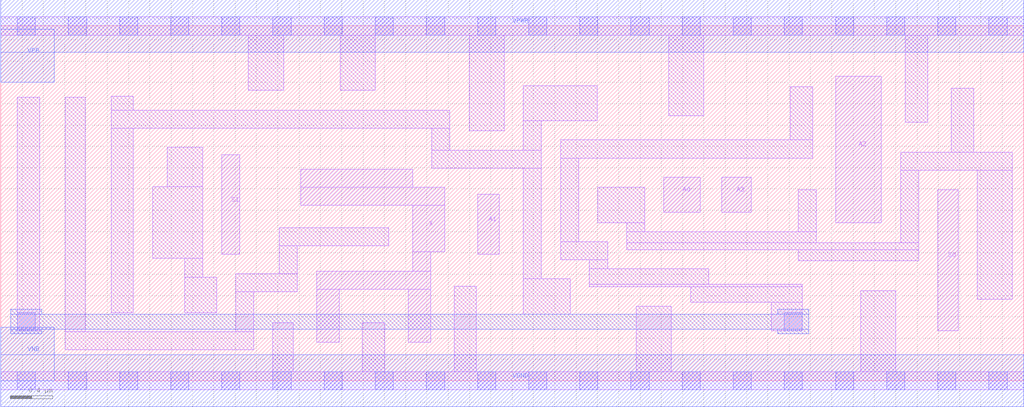
<source format=lef>
# Copyright 2020 The SkyWater PDK Authors
#
# Licensed under the Apache License, Version 2.0 (the "License");
# you may not use this file except in compliance with the License.
# You may obtain a copy of the License at
#
#     https://www.apache.org/licenses/LICENSE-2.0
#
# Unless required by applicable law or agreed to in writing, software
# distributed under the License is distributed on an "AS IS" BASIS,
# WITHOUT WARRANTIES OR CONDITIONS OF ANY KIND, either express or implied.
# See the License for the specific language governing permissions and
# limitations under the License.
#
# SPDX-License-Identifier: Apache-2.0

VERSION 5.5 ;
NAMESCASESENSITIVE ON ;
BUSBITCHARS "[]" ;
DIVIDERCHAR "/" ;
MACRO sky130_fd_sc_lp__mux4_4
  CLASS CORE ;
  SOURCE USER ;
  ORIGIN  0.000000  0.000000 ;
  SIZE  9.600000 BY  3.330000 ;
  SYMMETRY X Y R90 ;
  SITE unit ;
  PIN A0
    ANTENNAGATEAREA  0.159000 ;
    DIRECTION INPUT ;
    USE SIGNAL ;
    PORT
      LAYER li1 ;
        RECT 6.225000 1.580000 6.565000 1.910000 ;
    END
  END A0
  PIN A1
    ANTENNAGATEAREA  0.159000 ;
    DIRECTION INPUT ;
    USE SIGNAL ;
    PORT
      LAYER li1 ;
        RECT 4.475000 1.185000 4.680000 1.750000 ;
    END
  END A1
  PIN A2
    ANTENNAGATEAREA  0.159000 ;
    DIRECTION INPUT ;
    USE SIGNAL ;
    PORT
      LAYER li1 ;
        RECT 7.835000 1.485000 8.265000 2.860000 ;
    END
  END A2
  PIN A3
    ANTENNAGATEAREA  0.159000 ;
    DIRECTION INPUT ;
    USE SIGNAL ;
    PORT
      LAYER li1 ;
        RECT 6.765000 1.580000 7.045000 1.910000 ;
    END
  END A3
  PIN S0
    ANTENNAGATEAREA  0.477000 ;
    DIRECTION INPUT ;
    USE SIGNAL ;
    PORT
      LAYER li1 ;
        RECT 8.795000 0.470000 8.985000 1.795000 ;
    END
  END S0
  PIN S1
    ANTENNAGATEAREA  0.318000 ;
    DIRECTION INPUT ;
    USE SIGNAL ;
    PORT
      LAYER li1 ;
        RECT 2.075000 1.185000 2.245000 2.120000 ;
    END
  END S1
  PIN X
    ANTENNADIFFAREA  1.176000 ;
    DIRECTION OUTPUT ;
    USE SIGNAL ;
    PORT
      LAYER li1 ;
        RECT 2.815000 1.645000 4.165000 1.815000 ;
        RECT 2.815000 1.815000 3.865000 1.985000 ;
        RECT 2.965000 0.360000 3.175000 0.860000 ;
        RECT 2.965000 0.860000 4.035000 1.030000 ;
        RECT 3.825000 0.360000 4.035000 0.860000 ;
        RECT 3.865000 1.030000 4.035000 1.210000 ;
        RECT 3.865000 1.210000 4.165000 1.645000 ;
    END
  END X
  PIN VGND
    DIRECTION INOUT ;
    USE GROUND ;
    PORT
      LAYER met1 ;
        RECT 0.000000 -0.245000 9.600000 0.245000 ;
    END
  END VGND
  PIN VNB
    DIRECTION INOUT ;
    USE GROUND ;
    PORT
    END
  END VNB
  PIN VPB
    DIRECTION INOUT ;
    USE POWER ;
    PORT
    END
  END VPB
  PIN VNB
    DIRECTION INOUT ;
    USE GROUND ;
    PORT
      LAYER met1 ;
        RECT 0.000000 0.000000 0.500000 0.500000 ;
    END
  END VNB
  PIN VPB
    DIRECTION INOUT ;
    USE POWER ;
    PORT
      LAYER met1 ;
        RECT 0.000000 2.800000 0.500000 3.300000 ;
    END
  END VPB
  PIN VPWR
    DIRECTION INOUT ;
    USE POWER ;
    PORT
      LAYER met1 ;
        RECT 0.000000 3.085000 9.600000 3.575000 ;
    END
  END VPWR
  OBS
    LAYER li1 ;
      RECT 0.000000 -0.085000 9.600000 0.085000 ;
      RECT 0.000000  3.245000 9.600000 3.415000 ;
      RECT 0.155000  0.470000 0.365000 2.660000 ;
      RECT 0.605000  0.290000 2.375000 0.460000 ;
      RECT 0.605000  0.460000 0.795000 2.660000 ;
      RECT 1.035000  0.640000 1.245000 2.370000 ;
      RECT 1.035000  2.370000 4.215000 2.540000 ;
      RECT 1.035000  2.540000 1.245000 2.670000 ;
      RECT 1.425000  1.150000 1.895000 1.820000 ;
      RECT 1.565000  1.820000 1.895000 2.190000 ;
      RECT 1.725000  0.640000 2.025000 0.970000 ;
      RECT 1.725000  0.970000 1.895000 1.150000 ;
      RECT 2.205000  0.460000 2.375000 0.835000 ;
      RECT 2.205000  0.835000 2.785000 1.005000 ;
      RECT 2.325000  2.725000 2.655000 3.245000 ;
      RECT 2.555000  0.085000 2.745000 0.545000 ;
      RECT 2.615000  1.005000 2.785000 1.265000 ;
      RECT 2.615000  1.265000 3.640000 1.435000 ;
      RECT 3.185000  2.725000 3.515000 3.245000 ;
      RECT 3.395000  0.085000 3.605000 0.545000 ;
      RECT 4.045000  1.995000 5.075000 2.165000 ;
      RECT 4.045000  2.165000 4.215000 2.370000 ;
      RECT 4.255000  0.085000 4.465000 0.885000 ;
      RECT 4.395000  2.345000 4.725000 3.245000 ;
      RECT 4.905000  0.625000 5.345000 0.955000 ;
      RECT 4.905000  0.955000 5.075000 1.995000 ;
      RECT 4.905000  2.165000 5.075000 2.440000 ;
      RECT 4.905000  2.440000 5.600000 2.770000 ;
      RECT 5.255000  1.135000 5.695000 1.305000 ;
      RECT 5.255000  1.305000 5.425000 2.090000 ;
      RECT 5.255000  2.090000 7.620000 2.260000 ;
      RECT 5.525000  0.880000 7.525000 0.905000 ;
      RECT 5.525000  0.905000 6.645000 1.050000 ;
      RECT 5.525000  1.050000 5.695000 1.135000 ;
      RECT 5.605000  1.485000 6.045000 1.815000 ;
      RECT 5.875000  1.230000 8.615000 1.295000 ;
      RECT 5.875000  1.295000 7.655000 1.400000 ;
      RECT 5.875000  1.400000 6.045000 1.485000 ;
      RECT 5.965000  0.085000 6.295000 0.700000 ;
      RECT 6.270000  2.485000 6.600000 3.245000 ;
      RECT 6.475000  0.735000 7.525000 0.880000 ;
      RECT 7.230000  0.470000 7.525000 0.735000 ;
      RECT 7.410000  2.260000 7.620000 2.760000 ;
      RECT 7.485000  1.125000 8.615000 1.230000 ;
      RECT 7.485000  1.400000 7.655000 1.795000 ;
      RECT 8.070000  0.085000 8.400000 0.845000 ;
      RECT 8.445000  1.295000 8.615000 1.975000 ;
      RECT 8.445000  1.975000 9.495000 2.145000 ;
      RECT 8.490000  2.425000 8.700000 3.245000 ;
      RECT 8.920000  2.145000 9.130000 2.745000 ;
      RECT 9.165000  0.765000 9.495000 1.975000 ;
    LAYER mcon ;
      RECT 0.155000 -0.085000 0.325000 0.085000 ;
      RECT 0.155000  0.470000 0.325000 0.640000 ;
      RECT 0.155000  3.245000 0.325000 3.415000 ;
      RECT 0.635000 -0.085000 0.805000 0.085000 ;
      RECT 0.635000  3.245000 0.805000 3.415000 ;
      RECT 1.115000 -0.085000 1.285000 0.085000 ;
      RECT 1.115000  3.245000 1.285000 3.415000 ;
      RECT 1.595000 -0.085000 1.765000 0.085000 ;
      RECT 1.595000  3.245000 1.765000 3.415000 ;
      RECT 2.075000 -0.085000 2.245000 0.085000 ;
      RECT 2.075000  3.245000 2.245000 3.415000 ;
      RECT 2.555000 -0.085000 2.725000 0.085000 ;
      RECT 2.555000  3.245000 2.725000 3.415000 ;
      RECT 3.035000 -0.085000 3.205000 0.085000 ;
      RECT 3.035000  3.245000 3.205000 3.415000 ;
      RECT 3.515000 -0.085000 3.685000 0.085000 ;
      RECT 3.515000  3.245000 3.685000 3.415000 ;
      RECT 3.995000 -0.085000 4.165000 0.085000 ;
      RECT 3.995000  3.245000 4.165000 3.415000 ;
      RECT 4.475000 -0.085000 4.645000 0.085000 ;
      RECT 4.475000  3.245000 4.645000 3.415000 ;
      RECT 4.955000 -0.085000 5.125000 0.085000 ;
      RECT 4.955000  3.245000 5.125000 3.415000 ;
      RECT 5.435000 -0.085000 5.605000 0.085000 ;
      RECT 5.435000  3.245000 5.605000 3.415000 ;
      RECT 5.915000 -0.085000 6.085000 0.085000 ;
      RECT 5.915000  3.245000 6.085000 3.415000 ;
      RECT 6.395000 -0.085000 6.565000 0.085000 ;
      RECT 6.395000  3.245000 6.565000 3.415000 ;
      RECT 6.875000 -0.085000 7.045000 0.085000 ;
      RECT 6.875000  3.245000 7.045000 3.415000 ;
      RECT 7.355000 -0.085000 7.525000 0.085000 ;
      RECT 7.355000  0.470000 7.525000 0.640000 ;
      RECT 7.355000  3.245000 7.525000 3.415000 ;
      RECT 7.835000 -0.085000 8.005000 0.085000 ;
      RECT 7.835000  3.245000 8.005000 3.415000 ;
      RECT 8.315000 -0.085000 8.485000 0.085000 ;
      RECT 8.315000  3.245000 8.485000 3.415000 ;
      RECT 8.795000 -0.085000 8.965000 0.085000 ;
      RECT 8.795000  3.245000 8.965000 3.415000 ;
      RECT 9.275000 -0.085000 9.445000 0.085000 ;
      RECT 9.275000  3.245000 9.445000 3.415000 ;
    LAYER met1 ;
      RECT 0.095000 0.440000 0.385000 0.485000 ;
      RECT 0.095000 0.485000 7.585000 0.625000 ;
      RECT 0.095000 0.625000 0.385000 0.670000 ;
      RECT 7.295000 0.440000 7.585000 0.485000 ;
      RECT 7.295000 0.625000 7.585000 0.670000 ;
  END
END sky130_fd_sc_lp__mux4_4
END LIBRARY

</source>
